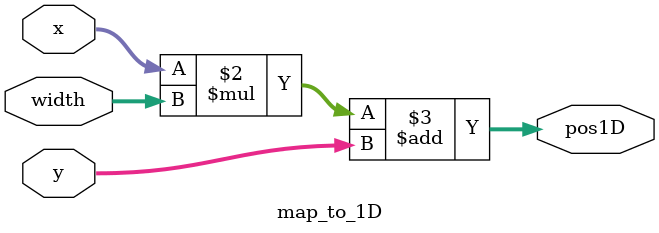
<source format=v>
`timescale 1ns / 1ps


module map_to_1D( x,y, width, pos1D );
    input [7:0] x,y, width; //x,y can be at most 64, so need 7 bits to represent
    output reg [13:0]  pos1D ; //max output is (64 * 64) + 64, so need 13 bits to represent
    //'wire' and 'reg' are in unsigned-format by default. 
    always @(*) begin 
        pos1D = x*width + y;
    end
endmodule

</source>
